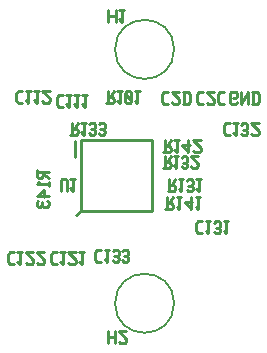
<source format=gbr>
G04 start of page 15 for group -4078 idx -4078 *
G04 Title: (unknown), bottomsilk *
G04 Creator: pcb 20110918 *
G04 CreationDate: Mon 28 Oct 2013 08:12:09 PM GMT UTC *
G04 For: tszabo *
G04 Format: Gerber/RS-274X *
G04 PCB-Dimensions: 157480 125984 *
G04 PCB-Coordinate-Origin: lower left *
%MOIN*%
%FSLAX25Y25*%
%LNBOTTOMSILK*%
%ADD130C,0.0050*%
%ADD129C,0.0100*%
G54D129*X71260Y74803D02*Y69291D01*
G54D130*X84645Y20669D02*G75*G03X84645Y20669I9843J0D01*G01*
Y105315D02*G75*G03X84645Y105315I9843J0D01*G01*
G54D129*X96865Y75212D02*Y51560D01*
X73213D01*
Y75212D01*
X96865D01*
X73213Y51560D02*X71713Y50060D01*
X52491Y91541D02*X53791D01*
X51791Y90841D02*X52491Y91541D01*
X51791Y88241D02*Y90841D01*
Y88241D02*X52491Y87541D01*
X53791D01*
X54991Y88341D02*X55791Y87541D01*
Y91541D01*
X54991D02*X56491D01*
X57691Y88341D02*X58491Y87541D01*
Y91541D01*
X57691D02*X59191D01*
X60391Y88041D02*X60891Y87541D01*
X62391D01*
X62891Y88041D01*
Y89041D01*
X60391Y91541D02*X62891Y89041D01*
X60391Y91541D02*X62891D01*
X65839Y90141D02*X67139D01*
X65139Y89441D02*X65839Y90141D01*
X65139Y86841D02*Y89441D01*
Y86841D02*X65839Y86141D01*
X67139D01*
X68339Y86941D02*X69139Y86141D01*
Y90141D01*
X68339D02*X69839D01*
X71039Y86941D02*X71839Y86141D01*
Y90141D01*
X71039D02*X72539D01*
X73739Y86941D02*X74539Y86141D01*
Y90141D01*
X73739D02*X75239D01*
X69650Y76866D02*X71650D01*
X72150Y77366D01*
Y78366D01*
X71650Y78866D02*X72150Y78366D01*
X70150Y78866D02*X71650D01*
X70150Y76866D02*Y80866D01*
X70950Y78866D02*X72150Y80866D01*
X73350Y77666D02*X74150Y76866D01*
Y80866D01*
X73350D02*X74850D01*
X76050Y77366D02*X76550Y76866D01*
X77550D01*
X78050Y77366D01*
X77550Y80866D02*X78050Y80366D01*
X76550Y80866D02*X77550D01*
X76050Y80366D02*X76550Y80866D01*
Y78666D02*X77550D01*
X78050Y77366D02*Y78166D01*
Y79166D02*Y80366D01*
Y79166D02*X77550Y78666D01*
X78050Y78166D02*X77550Y78666D01*
X79250Y77366D02*X79750Y76866D01*
X80750D01*
X81250Y77366D01*
X80750Y80866D02*X81250Y80366D01*
X79750Y80866D02*X80750D01*
X79250Y80366D02*X79750Y80866D01*
Y78666D02*X80750D01*
X81250Y77366D02*Y78166D01*
Y79166D02*Y80366D01*
Y79166D02*X80750Y78666D01*
X81250Y78166D02*X80750Y78666D01*
X124835Y87220D02*X125335Y87720D01*
X123335Y87220D02*X124835D01*
X122835Y87720D02*X123335Y87220D01*
X122835Y87720D02*Y90720D01*
X123335Y91220D01*
X124835D01*
X125335Y90720D01*
Y89720D02*Y90720D01*
X124835Y89220D02*X125335Y89720D01*
X123835Y89220D02*X124835D01*
X126535Y87220D02*Y91220D01*
Y87220D02*X129035Y91220D01*
Y87220D02*Y91220D01*
X130735Y87220D02*Y91220D01*
X132035Y87220D02*X132735Y87920D01*
Y90520D01*
X132035Y91220D02*X132735Y90520D01*
X130235Y91220D02*X132035D01*
X130235Y87220D02*X132035D01*
X112641Y91069D02*X113941D01*
X111941Y90369D02*X112641Y91069D01*
X111941Y87769D02*Y90369D01*
Y87769D02*X112641Y87069D01*
X113941D01*
X115141Y87569D02*X115641Y87069D01*
X117141D01*
X117641Y87569D01*
Y88569D01*
X115141Y91069D02*X117641Y88569D01*
X115141Y91069D02*X117641D01*
X119541D02*X120841D01*
X118841Y90369D02*X119541Y91069D01*
X118841Y87769D02*Y90369D01*
Y87769D02*X119541Y87069D01*
X120841D01*
X121572Y80713D02*X122872D01*
X120872Y80013D02*X121572Y80713D01*
X120872Y77413D02*Y80013D01*
Y77413D02*X121572Y76713D01*
X122872D01*
X124072Y77513D02*X124872Y76713D01*
Y80713D01*
X124072D02*X125572D01*
X126772Y77213D02*X127272Y76713D01*
X128272D01*
X128772Y77213D01*
X128272Y80713D02*X128772Y80213D01*
X127272Y80713D02*X128272D01*
X126772Y80213D02*X127272Y80713D01*
Y78513D02*X128272D01*
X128772Y77213D02*Y78013D01*
Y79013D02*Y80213D01*
Y79013D02*X128272Y78513D01*
X128772Y78013D02*X128272Y78513D01*
X129972Y77213D02*X130472Y76713D01*
X131972D01*
X132472Y77213D01*
Y78213D01*
X129972Y80713D02*X132472Y78213D01*
X129972Y80713D02*X132472D01*
X100642Y71051D02*X102642D01*
X103142Y71551D01*
Y72551D01*
X102642Y73051D02*X103142Y72551D01*
X101142Y73051D02*X102642D01*
X101142Y71051D02*Y75051D01*
X101942Y73051D02*X103142Y75051D01*
X104342Y71851D02*X105142Y71051D01*
Y75051D01*
X104342D02*X105842D01*
X107042Y73551D02*X109042Y71051D01*
X107042Y73551D02*X109542D01*
X109042Y71051D02*Y75051D01*
X110742Y71551D02*X111242Y71051D01*
X112742D01*
X113242Y71551D01*
Y72551D01*
X110742Y75051D02*X113242Y72551D01*
X110742Y75051D02*X113242D01*
X100759Y65839D02*X102659D01*
X103134Y66314D01*
Y67264D01*
X102659Y67739D02*X103134Y67264D01*
X101234Y67739D02*X102659D01*
X101234Y65839D02*Y69639D01*
X101994Y67739D02*X103134Y69639D01*
X104274Y66599D02*X105034Y65839D01*
Y69639D01*
X104274D02*X105699D01*
X106839Y66314D02*X107314Y65839D01*
X108264D01*
X108739Y66314D01*
X108264Y69639D02*X108739Y69164D01*
X107314Y69639D02*X108264D01*
X106839Y69164D02*X107314Y69639D01*
Y67549D02*X108264D01*
X108739Y66314D02*Y67074D01*
Y68024D02*Y69164D01*
Y68024D02*X108264Y67549D01*
X108739Y67074D02*X108264Y67549D01*
X109879Y66314D02*X110354Y65839D01*
X111779D01*
X112254Y66314D01*
Y67264D01*
X109879Y69639D02*X112254Y67264D01*
X109879Y69639D02*X112254D01*
X81697Y87413D02*X83697D01*
X84197Y87913D01*
Y88913D01*
X83697Y89413D02*X84197Y88913D01*
X82197Y89413D02*X83697D01*
X82197Y87413D02*Y91413D01*
X82997Y89413D02*X84197Y91413D01*
X85397Y88213D02*X86197Y87413D01*
Y91413D01*
X85397D02*X86897D01*
X88097Y90913D02*X88597Y91413D01*
X88097Y87913D02*Y90913D01*
Y87913D02*X88597Y87413D01*
X89597D01*
X90097Y87913D01*
Y90913D01*
X89597Y91413D02*X90097Y90913D01*
X88597Y91413D02*X89597D01*
X88097Y90413D02*X90097Y88413D01*
X91297Y88213D02*X92097Y87413D01*
Y91413D01*
X91297D02*X92797D01*
X101096Y91220D02*X102396D01*
X100396Y90520D02*X101096Y91220D01*
X100396Y87920D02*Y90520D01*
Y87920D02*X101096Y87220D01*
X102396D01*
X103596Y87720D02*X104096Y87220D01*
X105596D01*
X106096Y87720D01*
Y88720D01*
X103596Y91220D02*X106096Y88720D01*
X103596Y91220D02*X106096D01*
X107796Y87220D02*Y91220D01*
X109096Y87220D02*X109796Y87920D01*
Y90520D01*
X109096Y91220D02*X109796Y90520D01*
X107296Y91220D02*X109096D01*
X107296Y87220D02*X109096D01*
X82413Y114515D02*Y118515D01*
X84913Y114515D02*Y118515D01*
X82413Y116515D02*X84913D01*
X86113Y115315D02*X86913Y114515D01*
Y118515D01*
X86113D02*X87613D01*
X82218Y7404D02*Y11404D01*
X84718Y7404D02*Y11404D01*
X82218Y9404D02*X84718D01*
X85918Y7904D02*X86418Y7404D01*
X87918D01*
X88418Y7904D01*
Y8904D01*
X85918Y11404D02*X88418Y8904D01*
X85918Y11404D02*X88418D01*
X101453Y51992D02*X103453D01*
X103953Y52492D01*
Y53492D01*
X103453Y53992D02*X103953Y53492D01*
X101953Y53992D02*X103453D01*
X101953Y51992D02*Y55992D01*
X102753Y53992D02*X103953Y55992D01*
X105153Y52792D02*X105953Y51992D01*
Y55992D01*
X105153D02*X106653D01*
X107853Y54492D02*X109853Y51992D01*
X107853Y54492D02*X110353D01*
X109853Y51992D02*Y55992D01*
X111553Y52792D02*X112353Y51992D01*
Y55992D01*
X111553D02*X113053D01*
X102172Y57999D02*X104172D01*
X104672Y58499D01*
Y59499D01*
X104172Y59999D02*X104672Y59499D01*
X102672Y59999D02*X104172D01*
X102672Y57999D02*Y61999D01*
X103472Y59999D02*X104672Y61999D01*
X105872Y58799D02*X106672Y57999D01*
Y61999D01*
X105872D02*X107372D01*
X108572Y58499D02*X109072Y57999D01*
X110072D01*
X110572Y58499D01*
X110072Y61999D02*X110572Y61499D01*
X109072Y61999D02*X110072D01*
X108572Y61499D02*X109072Y61999D01*
Y59799D02*X110072D01*
X110572Y58499D02*Y59299D01*
Y60299D02*Y61499D01*
Y60299D02*X110072Y59799D01*
X110572Y59299D02*X110072Y59799D01*
X111772Y58799D02*X112572Y57999D01*
Y61999D01*
X111772D02*X113272D01*
X112433Y47936D02*X113733D01*
X111733Y47236D02*X112433Y47936D01*
X111733Y44636D02*Y47236D01*
Y44636D02*X112433Y43936D01*
X113733D01*
X114933Y44736D02*X115733Y43936D01*
Y47936D01*
X114933D02*X116433D01*
X117633Y44436D02*X118133Y43936D01*
X119133D01*
X119633Y44436D01*
X119133Y47936D02*X119633Y47436D01*
X118133Y47936D02*X119133D01*
X117633Y47436D02*X118133Y47936D01*
Y45736D02*X119133D01*
X119633Y44436D02*Y45236D01*
Y46236D02*Y47436D01*
Y46236D02*X119133Y45736D01*
X119633Y45236D02*X119133Y45736D01*
X120833Y44736D02*X121633Y43936D01*
Y47936D01*
X120833D02*X122333D01*
X78656Y38545D02*X79956D01*
X77956Y37845D02*X78656Y38545D01*
X77956Y35245D02*Y37845D01*
Y35245D02*X78656Y34545D01*
X79956D01*
X81156Y35345D02*X81956Y34545D01*
Y38545D01*
X81156D02*X82656D01*
X83856Y35045D02*X84356Y34545D01*
X85356D01*
X85856Y35045D01*
X85356Y38545D02*X85856Y38045D01*
X84356Y38545D02*X85356D01*
X83856Y38045D02*X84356Y38545D01*
Y36345D02*X85356D01*
X85856Y35045D02*Y35845D01*
Y36845D02*Y38045D01*
Y36845D02*X85356Y36345D01*
X85856Y35845D02*X85356Y36345D01*
X87056Y35045D02*X87556Y34545D01*
X88556D01*
X89056Y35045D01*
X88556Y38545D02*X89056Y38045D01*
X87556Y38545D02*X88556D01*
X87056Y38045D02*X87556Y38545D01*
Y36345D02*X88556D01*
X89056Y35045D02*Y35845D01*
Y36845D02*Y38045D01*
Y36845D02*X88556Y36345D01*
X89056Y35845D02*X88556Y36345D01*
X63830Y37611D02*X65130D01*
X63130Y36911D02*X63830Y37611D01*
X63130Y34311D02*Y36911D01*
Y34311D02*X63830Y33611D01*
X65130D01*
X66330Y34411D02*X67130Y33611D01*
Y37611D01*
X66330D02*X67830D01*
X69030Y34111D02*X69530Y33611D01*
X71030D01*
X71530Y34111D01*
Y35111D01*
X69030Y37611D02*X71530Y35111D01*
X69030Y37611D02*X71530D01*
X72730Y34411D02*X73530Y33611D01*
Y37611D01*
X72730D02*X74230D01*
X49619Y37615D02*X50919D01*
X48919Y36915D02*X49619Y37615D01*
X48919Y34315D02*Y36915D01*
Y34315D02*X49619Y33615D01*
X50919D01*
X52119Y34415D02*X52919Y33615D01*
Y37615D01*
X52119D02*X53619D01*
X54819Y34115D02*X55319Y33615D01*
X56819D01*
X57319Y34115D01*
Y35115D01*
X54819Y37615D02*X57319Y35115D01*
X54819Y37615D02*X57319D01*
X58519Y34115D02*X59019Y33615D01*
X60519D01*
X61019Y34115D01*
Y35115D01*
X58519Y37615D02*X61019Y35115D01*
X58519Y37615D02*X61019D01*
X58481Y62960D02*Y64960D01*
Y62960D02*X58981Y62460D01*
X59981D01*
X60481Y62960D02*X59981Y62460D01*
X60481Y62960D02*Y64460D01*
X58481D02*X62481D01*
X60481Y63660D02*X62481Y62460D01*
X59281Y61260D02*X58481Y60460D01*
X62481D01*
Y59760D02*Y61260D01*
X60981Y58560D02*X58481Y56560D01*
X60981Y56060D02*Y58560D01*
X58481Y56560D02*X62481D01*
X58981Y54860D02*X58481Y54360D01*
Y53360D02*Y54360D01*
Y53360D02*X58981Y52860D01*
X62481Y53360D02*X61981Y52860D01*
X62481Y53360D02*Y54360D01*
X61981Y54860D02*X62481Y54360D01*
X60281Y53360D02*Y54360D01*
X58981Y52860D02*X59781D01*
X60781D02*X61981D01*
X60781D02*X60281Y53360D01*
X59781Y52860D02*X60281Y53360D01*
X66520Y58203D02*Y61703D01*
X67020Y62203D01*
X68020D01*
X68520Y61703D01*
Y58203D02*Y61703D01*
X69720Y59003D02*X70520Y58203D01*
Y62203D01*
X69720D02*X71220D01*
M02*

</source>
